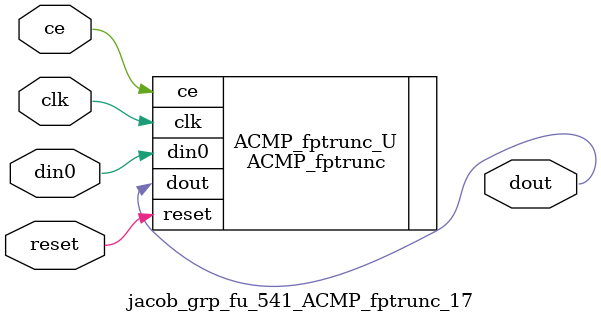
<source format=v>

`timescale 1 ns / 1 ps
module jacob_grp_fu_541_ACMP_fptrunc_17(
    clk,
    reset,
    ce,
    din0,
    dout);

parameter ID = 32'd1;
parameter NUM_STAGE = 32'd1;
parameter din0_WIDTH = 32'd1;
parameter dout_WIDTH = 32'd1;
input clk;
input reset;
input ce;
input[din0_WIDTH - 1:0] din0;
output[dout_WIDTH - 1:0] dout;



ACMP_fptrunc #(
.ID( ID ),
.NUM_STAGE( 2 ),
.din0_WIDTH( din0_WIDTH ),
.dout_WIDTH( dout_WIDTH ))
ACMP_fptrunc_U(
    .clk( clk ),
    .reset( reset ),
    .ce( ce ),
    .din0( din0 ),
    .dout( dout ));

endmodule

</source>
